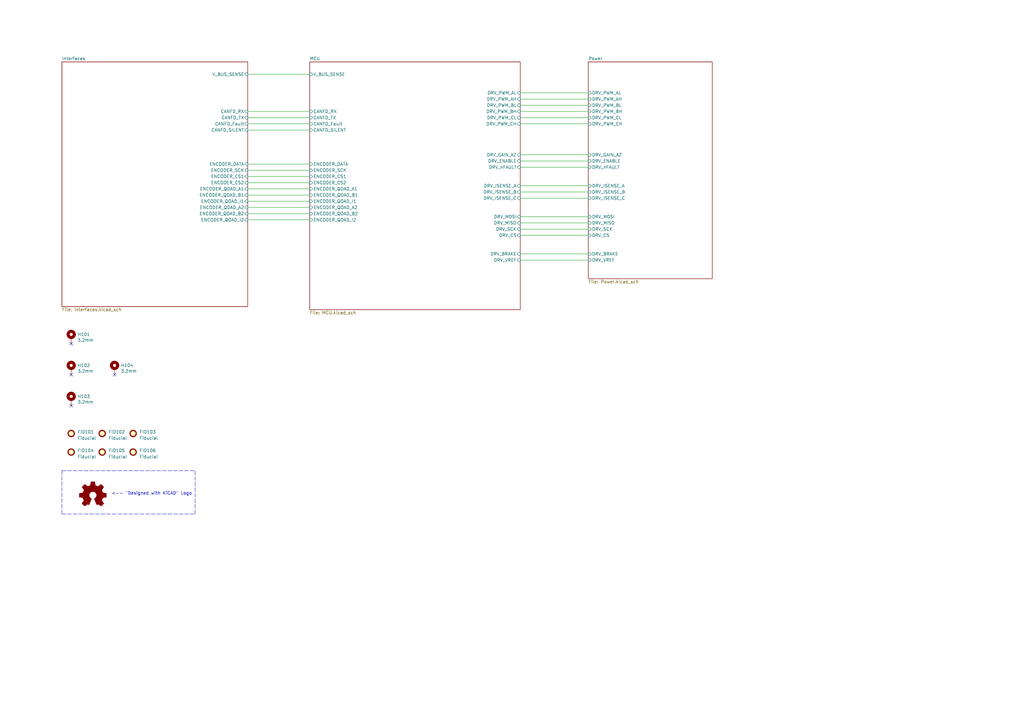
<source format=kicad_sch>
(kicad_sch (version 20210406) (generator eeschema)
  (paper "A3")
  (title_block (title "Controller") (rev "1") (company "OpenTurn Cycloidal Actuator -16:1"))
  (lib_symbols
    (symbol "Graphic:Logo_Open_Hardware_Small" (pin_names (offset 1.016))
      (symbol "Logo_Open_Hardware_Small_0_1"
        (polyline (pts (xy 3.3528 -4.3434) (xy 3.302 -4.318) (xy 3.175 -4.2418) (xy 2.9972 -4.1148) (xy 2.7686 -3.9624) (xy 2.54 -3.81) (xy 2.3622 -3.7084) (xy 2.2352 -3.6068) (xy 2.1844 -3.5814) (xy 2.159 -3.6068) (xy 2.0574 -3.6576) (xy 1.905 -3.7338) (xy 1.8034 -3.7846) (xy 1.6764 -3.8354) (xy 1.6002 -3.8354) (xy 1.6002 -3.8354) (xy 1.5494 -3.7338) (xy 1.4732 -3.5306) (xy 1.3462 -3.302) (xy 1.2446 -3.0226) (xy 1.1176 -2.7178) (xy 0.9652 -2.413) (xy 0.8636 -2.1082) (xy 0.7366 -1.8288) (xy 0.6604 -1.6256) (xy 0.6096 -1.4732) (xy 0.5842 -1.397) (xy 0.5842 -1.397) (xy 0.6604 -1.3208) (xy 0.7874 -1.2446) (xy 1.0414 -1.016) (xy 1.2954 -0.6858) (xy 1.4478 -0.3302) (xy 1.524 0.0762) (xy 1.4732 0.4572) (xy 1.3208 0.8128) (xy 1.0668 1.143) (xy 0.762 1.3716) (xy 0.4064 1.524) (xy 0 1.5748) (xy -0.381 1.5494) (xy -0.7366 1.397) (xy -1.0668 1.143) (xy -1.2192 0.9906) (xy -1.397 0.6604) (xy -1.524 0.3048) (xy -1.524 0.2286) (xy -1.4986 -0.1778) (xy -1.397 -0.5334) (xy -1.1938 -0.8636) (xy -0.9144 -1.143) (xy -0.8636 -1.1684) (xy -0.7366 -1.27) (xy -0.635 -1.3462) (xy -0.5842 -1.397) (xy -1.0668 -2.5908) (xy -1.143 -2.794) (xy -1.2954 -3.1242) (xy -1.397 -3.4036) (xy -1.4986 -3.6322) (xy -1.5748 -3.7846) (xy -1.6002 -3.8354) (xy -1.6002 -3.8354) (xy -1.651 -3.8354) (xy -1.7272 -3.81) (xy -1.905 -3.7338) (xy -2.0066 -3.683) (xy -2.1336 -3.6068) (xy -2.2098 -3.5814) (xy -2.2606 -3.6068) (xy -2.3622 -3.683) (xy -2.54 -3.81) (xy -2.7686 -3.9624) (xy -2.9718 -4.0894) (xy -3.1496 -4.2164) (xy -3.302 -4.318) (xy -3.3528 -4.3434) (xy -3.3782 -4.3434) (xy -3.429 -4.318) (xy -3.5306 -4.2164) (xy -3.7084 -4.064) (xy -3.937 -3.8354) (xy -3.9624 -3.81) (xy -4.1656 -3.6068) (xy -4.318 -3.4544) (xy -4.4196 -3.3274) (xy -4.445 -3.2766) (xy -4.445 -3.2766) (xy -4.4196 -3.2258) (xy -4.318 -3.0734) (xy -4.2164 -2.8956) (xy -4.064 -2.667) (xy -3.6576 -2.0828) (xy -3.8862 -1.5494) (xy -3.937 -1.3716) (xy -4.0386 -1.1684) (xy -4.0894 -1.0414) (xy -4.1148 -0.9652) (xy -4.191 -0.9398) (xy -4.318 -0.9144) (xy -4.5466 -0.8636) (xy -4.8006 -0.8128) (xy -5.0546 -0.7874) (xy -5.2578 -0.7366) (xy -5.4356 -0.7112) (xy -5.5118 -0.6858) (xy -5.5118 -0.6858) (xy -5.5372 -0.635) (xy -5.5372 -0.5588) (xy -5.5372 -0.4318) (xy -5.5626 -0.2286) (xy -5.5626 0.0762) (xy -5.5626 0.127) (xy -5.5372 0.4064) (xy -5.5372 0.635) (xy -5.5372 0.762) (xy -5.5372 0.8382) (xy -5.5372 0.8382) (xy -5.461 0.8382) (xy -5.3086 0.889) (xy -5.08 0.9144) (xy -4.826 0.9652) (xy -4.8006 0.9906) (xy -4.5466 1.0414) (xy -4.318 1.0668) (xy -4.1656 1.1176) (xy -4.0894 1.143) (xy -4.0894 1.143) (xy -4.0386 1.2446) (xy -3.9624 1.4224) (xy -3.8608 1.6256) (xy -3.7846 1.8288) (xy -3.7084 2.0066) (xy -3.6576 2.159) (xy -3.6322 2.2098) (xy -3.6322 2.2098) (xy -3.683 2.286) (xy -3.7592 2.413) (xy -3.8862 2.5908) (xy -4.064 2.8194) (xy -4.064 2.8448) (xy -4.2164 3.0734) (xy -4.3434 3.2512) (xy -4.4196 3.3782) (xy -4.445 3.4544) (xy -4.445 3.4544) (xy -4.3942 3.5052) (xy -4.2926 3.6322) (xy -4.1148 3.81) (xy -3.937 4.0132) (xy -3.8608 4.064) (xy -3.6576 4.2926) (xy -3.5052 4.4196) (xy -3.4036 4.4958) (xy -3.3528 4.5212) (xy -3.3528 4.5212) (xy -3.302 4.4704) (xy -3.1496 4.3688) (xy -2.9718 4.2418) (xy -2.7432 4.0894) (xy -2.7178 4.0894) (xy -2.4892 3.937) (xy -2.3114 3.81) (xy -2.1844 3.7084) (xy -2.1336 3.683) (xy -2.1082 3.683) (xy -2.032 3.7084) (xy -1.8542 3.7592) (xy -1.6764 3.8354) (xy -1.4732 3.937) (xy -1.27 4.0132) (xy -1.143 4.064) (xy -1.0668 4.1148) (xy -1.0668 4.1148) (xy -1.0414 4.191) (xy -1.016 4.3434) (xy -0.9652 4.572) (xy -0.9144 4.8514) (xy -0.889 4.9022) (xy -0.8382 5.1562) (xy -0.8128 5.3848) (xy -0.7874 5.5372) (xy -0.762 5.588) (xy -0.7112 5.6134) (xy -0.5842 5.6134) (xy -0.4064 5.6134) (xy -0.1524 5.6134) (xy 0.0762 5.6134) (xy 0.3302 5.6134) (xy 0.5334 5.6134) (xy 0.6858 5.588) (xy 0.7366 5.588) (xy 0.7366 5.588) (xy 0.762 5.5118) (xy 0.8128 5.334) (xy 0.8382 5.1054) (xy 0.9144 4.826) (xy 0.9144 4.7752) (xy 0.9652 4.5212) (xy 1.016 4.2926) (xy 1.0414 4.1402) (xy 1.0668 4.0894) (xy 1.0668 4.0894) (xy 1.1938 4.0386) (xy 1.3716 3.9624) (xy 1.5748 3.8608) (xy 2.0828 3.6576) (xy 2.7178 4.0894) (xy 2.7686 4.1402) (xy 2.9972 4.2926) (xy 3.175 4.4196) (xy 3.302 4.4958) (xy 3.3782 4.5212) (xy 3.3782 4.5212) (xy 3.429 4.4704) (xy 3.556 4.3434) (xy 3.7338 4.191) (xy 3.9116 3.9878) (xy 4.064 3.8354) (xy 4.2418 3.6576) (xy 4.3434 3.556) (xy 4.4196 3.4798) (xy 4.4196 3.429) (xy 4.4196 3.4036) (xy 4.3942 3.3274) (xy 4.2926 3.2004) (xy 4.1656 2.9972) (xy 4.0132 2.794) (xy 3.8862 2.5908) (xy 3.7592 2.3876) (xy 3.6576 2.2352) (xy 3.6322 2.159) (xy 3.6322 2.1336) (xy 3.683 2.0066) (xy 3.7592 1.8288) (xy 3.8608 1.6002) (xy 4.064 1.1176) (xy 4.3942 1.0414) (xy 4.5974 1.016) (xy 4.8768 0.9652) (xy 5.1308 0.9144) (xy 5.5372 0.8382) (xy 5.5626 -0.6604) (xy 5.4864 -0.6858) (xy 5.4356 -0.6858) (xy 5.2832 -0.7366) (xy 5.0546 -0.762) (xy 4.8006 -0.8128) (xy 4.5974 -0.8636) (xy 4.3688 -0.9144) (xy 4.2164 -0.9398) (xy 4.1402 -0.9398) (xy 4.1148 -0.9652) (xy 4.064 -1.0668) (xy 3.9878 -1.2446) (xy 3.9116 -1.4478) (xy 3.81 -1.651) (xy 3.7338 -1.8542) (xy 3.683 -2.0066) (xy 3.6576 -2.0828) (xy 3.683 -2.1336) (xy 3.7846 -2.2606) (xy 3.8862 -2.4638) (xy 4.0386 -2.667) (xy 4.191 -2.8956) (xy 4.318 -3.0734) (xy 4.3942 -3.2004) (xy 4.445 -3.2766) (xy 4.4196 -3.3274) (xy 4.3434 -3.429) (xy 4.1656 -3.5814) (xy 3.937 -3.8354) (xy 3.8862 -3.8608) (xy 3.683 -4.064) (xy 3.5306 -4.2164) (xy 3.4036 -4.318) (xy 3.3528 -4.3434)) (fill (type outline)))
      )
    )
    (symbol "Mechanical:Fiducial"
      (property "Reference" "FID" (at 0 5.08 0))
      (property "Value" "Fiducial" (at 0 3.175 0))
      (symbol "Fiducial_0_1"
        (circle (center 0 0) (radius 1.27) (stroke (width 0.508)) (fill (type background)))
      )
    )
    (symbol "Mechanical:MountingHole_Pad" (pin_numbers hide) (pin_names (offset 1.016) hide)
      (property "Reference" "H" (at 0 6.35 0))
      (property "Value" "MountingHole_Pad" (at 0 4.445 0))
      (symbol "MountingHole_Pad_0_1"
        (circle (center 0 1.27) (radius 1.27) (stroke (width 1.27)))
      )
      (symbol "MountingHole_Pad_1_1"
        (pin input line (at 0 -2.54 90) (length 2.54) (name "1") (number "1"))
      )
    )
  )
  (no_connect (at 29.21 140.97))
  (no_connect (at 29.21 153.67))
  (no_connect (at 29.21 166.37))
  (no_connect (at 46.99 153.67))
  (wire (pts (xy 101.6 30.48) (xy 127 30.48)))
  (wire (pts (xy 101.6 48.26) (xy 127 48.26)))
  (wire (pts (xy 101.6 53.34) (xy 127 53.34)))
  (wire (pts (xy 127 45.72) (xy 101.6 45.72)))
  (wire (pts (xy 127 50.8) (xy 101.6 50.8)))
  (wire (pts (xy 127 67.31) (xy 101.6 67.31)))
  (wire (pts (xy 127 69.85) (xy 101.6 69.85)))
  (wire (pts (xy 127 72.39) (xy 101.6 72.39)))
  (wire (pts (xy 127 74.93) (xy 101.6 74.93)))
  (wire (pts (xy 127 77.47) (xy 101.6 77.47)))
  (wire (pts (xy 127 80.01) (xy 101.6 80.01)))
  (wire (pts (xy 127 82.55) (xy 101.6 82.55)))
  (wire (pts (xy 127 85.09) (xy 101.6 85.09)))
  (wire (pts (xy 127 87.63) (xy 101.6 87.63)))
  (wire (pts (xy 127 90.17) (xy 101.6 90.17)))
  (wire (pts (xy 213.36 38.1) (xy 241.3 38.1)))
  (wire (pts (xy 213.36 40.64) (xy 241.3 40.64)))
  (wire (pts (xy 213.36 43.18) (xy 241.3 43.18)))
  (wire (pts (xy 213.36 45.72) (xy 241.3 45.72)))
  (wire (pts (xy 213.36 48.26) (xy 241.3 48.26)))
  (wire (pts (xy 213.36 50.8) (xy 241.3 50.8)))
  (wire (pts (xy 213.36 63.5) (xy 241.3 63.5)))
  (wire (pts (xy 213.36 66.04) (xy 241.3 66.04)))
  (wire (pts (xy 213.36 68.58) (xy 241.3 68.58)))
  (wire (pts (xy 213.36 76.2) (xy 241.3 76.2)))
  (wire (pts (xy 213.36 78.74) (xy 241.3 78.74)))
  (wire (pts (xy 213.36 81.28) (xy 241.3 81.28)))
  (wire (pts (xy 213.36 88.9) (xy 241.3 88.9)))
  (wire (pts (xy 213.36 91.44) (xy 241.3 91.44)))
  (wire (pts (xy 213.36 93.98) (xy 241.3 93.98)))
  (wire (pts (xy 213.36 96.52) (xy 241.3 96.52)))
  (wire (pts (xy 213.36 104.14) (xy 241.3 104.14)))
  (wire (pts (xy 213.36 106.68) (xy 241.3 106.68)))
  (polyline (pts (xy 25.4 193.04) (xy 25.4 210.82)) (stroke (width 0) (type dash)))
  (polyline (pts (xy 25.4 193.04) (xy 80.01 193.04)) (stroke (width 0) (type dash)))
  (polyline (pts (xy 25.4 210.82) (xy 80.01 210.82)) (stroke (width 0) (type dash)))
  (polyline (pts (xy 80.01 210.82) (xy 80.01 193.04)) (stroke (width 0) (type dash)))
  (text "<-- \"Designed with KiCAD\" Logo" (at 45.72 203.2 0) (effects (font (size 1.27 1.27)) (justify left bottom)))
  (symbol (lib_id "Mechanical:Fiducial") (at 29.21 177.8 0) (unit 1)
    (property "Reference" "FID101" (at 31.75 177.1649 0) (effects (justify left)))
    (property "Value" "Fiducial" (at 31.75 179.7049 0) (effects (justify left)))
    (property "Footprint" "Fiducial:Fiducial_1mm_Mask2mm" (effects hide))
    (property "package" "-" (effects hide))
    (property "Digikey" "-" (effects hide))
  )
  (symbol (lib_id "Mechanical:Fiducial") (at 29.21 185.42 0) (unit 1)
    (property "Reference" "FID104" (at 31.75 184.7849 0) (effects (justify left)))
    (property "Value" "Fiducial" (at 31.75 187.3249 0) (effects (justify left)))
    (property "Footprint" "Fiducial:Fiducial_1mm_Mask2mm" (effects hide))
    (property "package" "-" (effects hide))
    (property "Digikey" "-" (effects hide))
  )
  (symbol (lib_id "Mechanical:Fiducial") (at 41.91 177.8 0) (unit 1)
    (property "Reference" "FID102" (at 44.45 177.1649 0) (effects (justify left)))
    (property "Value" "Fiducial" (at 44.45 179.7049 0) (effects (justify left)))
    (property "Footprint" "Fiducial:Fiducial_1mm_Mask2mm" (effects hide))
    (property "package" "-" (effects hide))
    (property "Digikey" "-" (effects hide))
  )
  (symbol (lib_id "Mechanical:Fiducial") (at 41.91 185.42 0) (unit 1)
    (property "Reference" "FID105" (at 44.45 184.7849 0) (effects (justify left)))
    (property "Value" "Fiducial" (at 44.45 187.3249 0) (effects (justify left)))
    (property "Footprint" "Fiducial:Fiducial_1mm_Mask2mm" (effects hide))
    (property "package" "-" (effects hide))
    (property "Digikey" "-" (effects hide))
  )
  (symbol (lib_id "Mechanical:Fiducial") (at 54.61 177.8 0) (unit 1)
    (property "Reference" "FID103" (at 57.15 177.1649 0) (effects (justify left)))
    (property "Value" "Fiducial" (at 57.15 179.7049 0) (effects (justify left)))
    (property "Footprint" "Fiducial:Fiducial_1mm_Mask2mm" (effects hide))
    (property "package" "-" (effects hide))
    (property "Digikey" "-" (effects hide))
  )
  (symbol (lib_id "Mechanical:Fiducial") (at 54.61 185.42 0) (unit 1)
    (property "Reference" "FID106" (at 57.15 184.7849 0) (effects (justify left)))
    (property "Value" "Fiducial" (at 57.15 187.3249 0) (effects (justify left)))
    (property "Footprint" "Fiducial:Fiducial_1mm_Mask2mm" (effects hide))
    (property "package" "-" (effects hide))
    (property "Digikey" "-" (effects hide))
  )
  (symbol (lib_id "Mechanical:MountingHole_Pad") (at 29.21 138.43 0) (unit 1)
    (property "Reference" "H101" (at 31.75 137.1854 0) (effects (justify left)))
    (property "Value" "3.2mm" (at 31.75 139.4968 0) (effects (justify left)))
    (property "Footprint" "MountingHole:MountingHole_3.2mm_M3_DIN965_Pad" (effects hide))
    (property "package" "-" (effects hide))
    (property "Digikey" "-" (effects hide))
  )
  (symbol (lib_id "Mechanical:MountingHole_Pad") (at 29.21 151.13 0) (unit 1)
    (property "Reference" "H102" (at 31.75 149.8854 0) (effects (justify left)))
    (property "Value" "3.2mm" (at 31.75 152.1968 0) (effects (justify left)))
    (property "Footprint" "MountingHole:MountingHole_3.2mm_M3_DIN965_Pad" (effects hide))
    (property "package" "-" (effects hide))
    (property "Digikey" "-" (effects hide))
  )
  (symbol (lib_id "Mechanical:MountingHole_Pad") (at 29.21 163.83 0) (unit 1)
    (property "Reference" "H103" (at 31.75 162.5854 0) (effects (justify left)))
    (property "Value" "3.2mm" (at 31.75 164.8968 0) (effects (justify left)))
    (property "Footprint" "MountingHole:MountingHole_3.2mm_M3_DIN965_Pad" (effects hide))
    (property "package" "-" (effects hide))
    (property "Digikey" "-" (effects hide))
  )
  (symbol (lib_id "Mechanical:MountingHole_Pad") (at 46.99 151.13 0) (unit 1)
    (property "Reference" "H104" (at 49.53 149.8854 0) (effects (justify left)))
    (property "Value" "3.2mm" (at 49.53 152.1968 0) (effects (justify left)))
    (property "Footprint" "MountingHole:MountingHole_3.2mm_M3_DIN965_Pad" (effects hide))
    (property "package" "-" (effects hide))
    (property "Digikey" "-" (effects hide))
  )
  (symbol (lib_id "Graphic:Logo_Open_Hardware_Small") (at 38.1 203.2 0) (unit 1)
    (property "Reference" "LOGO102" (effects hide))
    (property "Value" "Logo_Open_Hardware_Small" (effects hide))
    (property "Footprint" "Symbol:KiCad-Logo2_5mm_SilkScreen" (effects hide))
    (property "package" "-" (effects hide))
    (property "Digikey" "-" (effects hide))
  )
  (sheet (at 25.4 25.4) (size 76.2 100.33)
    (property "Sheet name" "Interfaces" (at 25.4 24.7645 0) (effects (justify left bottom)))
    (property "Sheet file" "Interfaces.kicad_sch" (at 25.4 126.2385 0) (effects (justify left top)))
    (pin "CANFD_RX" input (at 101.6 45.72 0))
    (pin "CANFD_TX" input (at 101.6 48.26 0))
    (pin "CANFD_Fault" input (at 101.6 50.8 0))
    (pin "ENCODER_SCK" input (at 101.6 69.85 0))
    (pin "ENCODER_CS1" input (at 101.6 72.39 0))
    (pin "ENCODER_CS2" input (at 101.6 74.93 0))
    (pin "ENCODER_QOAD_A1" input (at 101.6 77.47 0))
    (pin "ENCODER_QOAD_B1" input (at 101.6 80.01 0))
    (pin "ENCODER_QOAD_I1" input (at 101.6 82.55 0))
    (pin "ENCODER_QOAD_A2" input (at 101.6 85.09 0))
    (pin "ENCODER_QOAD_B2" input (at 101.6 87.63 0))
    (pin "ENCODER_QOAD_I2" input (at 101.6 90.17 0))
    (pin "ENCODER_DATA" input (at 101.6 67.31 0))
    (pin "V_BUS_SENSE" input (at 101.6 30.48 0))
    (pin "CANFD_SILENT" input (at 101.6 53.34 0))
  )
  (sheet (at 127 25.4) (size 86.36 101.6)
    (property "Sheet name" "MCU" (at 127 24.7645 0) (effects (justify left bottom)))
    (property "Sheet file" "MCU.kicad_sch" (at 127 127.5085 0) (effects (justify left top)))
    (pin "V_BUS_SENSE" input (at 127 30.48 180))
    (pin "CANFD_RX" input (at 127 45.72 180))
    (pin "CANFD_TX" input (at 127 48.26 180))
    (pin "CANFD_Fault" input (at 127 50.8 180))
    (pin "ENCODER_DATA" input (at 127 67.31 180))
    (pin "ENCODER_SCK" input (at 127 69.85 180))
    (pin "ENCODER_CS1" input (at 127 72.39 180))
    (pin "ENCODER_CS2" input (at 127 74.93 180))
    (pin "ENCODER_QOAD_A1" input (at 127 77.47 180))
    (pin "ENCODER_QOAD_B1" input (at 127 80.01 180))
    (pin "ENCODER_QOAD_I1" input (at 127 82.55 180))
    (pin "ENCODER_QOAD_A2" input (at 127 85.09 180))
    (pin "ENCODER_QOAD_B2" input (at 127 87.63 180))
    (pin "ENCODER_QOAD_I2" input (at 127 90.17 180))
    (pin "DRV_PWM_AL" input (at 213.36 38.1 0))
    (pin "DRV_PWM_AH" input (at 213.36 40.64 0))
    (pin "DRV_PWM_BL" input (at 213.36 43.18 0))
    (pin "DRV_PWM_BH" input (at 213.36 45.72 0))
    (pin "DRV_PWM_CL" input (at 213.36 48.26 0))
    (pin "DRV_PWM_CH" input (at 213.36 50.8 0))
    (pin "DRV_GAIN_AZ" input (at 213.36 63.5 0))
    (pin "DRV_ENABLE" input (at 213.36 66.04 0))
    (pin "DRV_nFAULT" input (at 213.36 68.58 0))
    (pin "DRV_ISENSE_A" input (at 213.36 76.2 0))
    (pin "DRV_ISENSE_B" input (at 213.36 78.74 0))
    (pin "DRV_ISENSE_C" input (at 213.36 81.28 0))
    (pin "DRV_MOSI" input (at 213.36 88.9 0))
    (pin "DRV_MISO" input (at 213.36 91.44 0))
    (pin "DRV_SCK" input (at 213.36 93.98 0))
    (pin "DRV_CS" input (at 213.36 96.52 0))
    (pin "DRV_VREF" input (at 213.36 106.68 0))
    (pin "DRV_BRAKE" input (at 213.36 104.14 0))
    (pin "CANFD_SILENT" input (at 127 53.34 180))
  )
  (sheet (at 241.3 25.4) (size 50.8 88.9)
    (property "Sheet name" "Power" (at 241.3 24.7645 0) (effects (justify left bottom)))
    (property "Sheet file" "Power.kicad_sch" (at 241.3 114.8085 0) (effects (justify left top)))
    (pin "DRV_PWM_AL" input (at 241.3 38.1 180))
    (pin "DRV_PWM_AH" input (at 241.3 40.64 180))
    (pin "DRV_PWM_BL" input (at 241.3 43.18 180))
    (pin "DRV_PWM_BH" input (at 241.3 45.72 180))
    (pin "DRV_PWM_CL" input (at 241.3 48.26 180))
    (pin "DRV_PWM_CH" input (at 241.3 50.8 180))
    (pin "DRV_nFAULT" input (at 241.3 68.58 180))
    (pin "DRV_ISENSE_A" input (at 241.3 76.2 180))
    (pin "DRV_ISENSE_B" input (at 241.3 78.74 180))
    (pin "DRV_ISENSE_C" input (at 241.3 81.28 180))
    (pin "DRV_MOSI" input (at 241.3 88.9 180))
    (pin "DRV_MISO" input (at 241.3 91.44 180))
    (pin "DRV_SCK" input (at 241.3 93.98 180))
    (pin "DRV_CS" input (at 241.3 96.52 180))
    (pin "DRV_GAIN_AZ" input (at 241.3 63.5 180))
    (pin "DRV_ENABLE" input (at 241.3 66.04 180))
    (pin "DRV_BRAKE" input (at 241.3 104.14 180))
    (pin "DRV_VREF" input (at 241.3 106.68 180))
  )
)
</source>
